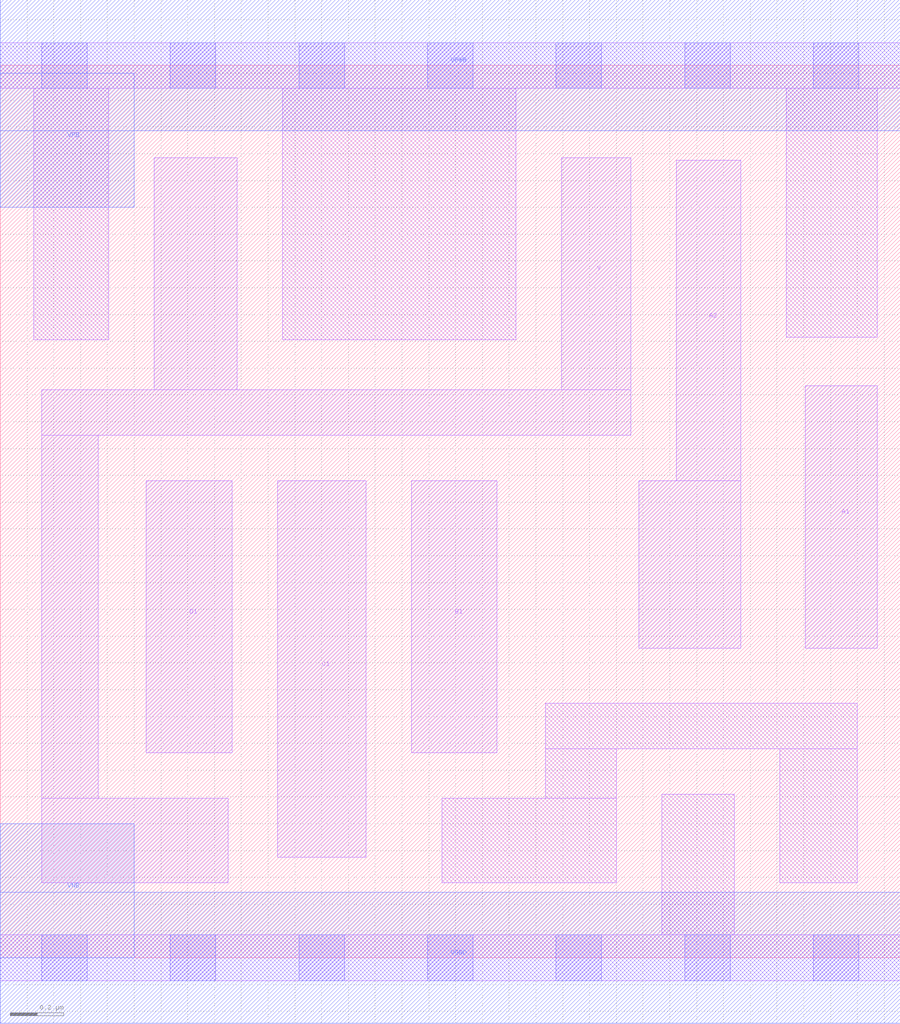
<source format=lef>
# Copyright 2020 The SkyWater PDK Authors
#
# Licensed under the Apache License, Version 2.0 (the "License");
# you may not use this file except in compliance with the License.
# You may obtain a copy of the License at
#
#     https://www.apache.org/licenses/LICENSE-2.0
#
# Unless required by applicable law or agreed to in writing, software
# distributed under the License is distributed on an "AS IS" BASIS,
# WITHOUT WARRANTIES OR CONDITIONS OF ANY KIND, either express or implied.
# See the License for the specific language governing permissions and
# limitations under the License.
#
# SPDX-License-Identifier: Apache-2.0

VERSION 5.5 ;
NAMESCASESENSITIVE ON ;
BUSBITCHARS "[]" ;
DIVIDERCHAR "/" ;
MACRO sky130_fd_sc_lp__o2111ai_0
  CLASS CORE ;
  SOURCE USER ;
  ORIGIN  0.000000  0.000000 ;
  SIZE  3.360000 BY  3.330000 ;
  SYMMETRY X Y R90 ;
  SITE unit ;
  PIN A1
    ANTENNAGATEAREA  0.159000 ;
    DIRECTION INPUT ;
    USE SIGNAL ;
    PORT
      LAYER li1 ;
        RECT 3.005000 1.155000 3.275000 2.135000 ;
    END
  END A1
  PIN A2
    ANTENNAGATEAREA  0.159000 ;
    DIRECTION INPUT ;
    USE SIGNAL ;
    PORT
      LAYER li1 ;
        RECT 2.385000 1.155000 2.765000 1.780000 ;
        RECT 2.525000 1.780000 2.765000 2.975000 ;
    END
  END A2
  PIN B1
    ANTENNAGATEAREA  0.159000 ;
    DIRECTION INPUT ;
    USE SIGNAL ;
    PORT
      LAYER li1 ;
        RECT 1.535000 0.765000 1.855000 1.780000 ;
    END
  END B1
  PIN C1
    ANTENNAGATEAREA  0.159000 ;
    DIRECTION INPUT ;
    USE SIGNAL ;
    PORT
      LAYER li1 ;
        RECT 1.035000 0.375000 1.365000 1.780000 ;
    END
  END C1
  PIN D1
    ANTENNAGATEAREA  0.159000 ;
    DIRECTION INPUT ;
    USE SIGNAL ;
    PORT
      LAYER li1 ;
        RECT 0.545000 0.765000 0.865000 1.780000 ;
    END
  END D1
  PIN Y
    ANTENNADIFFAREA  0.644500 ;
    DIRECTION OUTPUT ;
    USE SIGNAL ;
    PORT
      LAYER li1 ;
        RECT 0.155000 0.280000 0.850000 0.595000 ;
        RECT 0.155000 0.595000 0.365000 1.950000 ;
        RECT 0.155000 1.950000 2.355000 2.120000 ;
        RECT 0.575000 2.120000 0.885000 2.985000 ;
        RECT 2.095000 2.120000 2.355000 2.985000 ;
    END
  END Y
  PIN VGND
    DIRECTION INOUT ;
    USE GROUND ;
    PORT
      LAYER met1 ;
        RECT 0.000000 -0.245000 3.360000 0.245000 ;
    END
  END VGND
  PIN VNB
    DIRECTION INOUT ;
    USE GROUND ;
    PORT
      LAYER met1 ;
        RECT 0.000000 0.000000 0.500000 0.500000 ;
    END
  END VNB
  PIN VPB
    DIRECTION INOUT ;
    USE POWER ;
    PORT
      LAYER met1 ;
        RECT 0.000000 2.800000 0.500000 3.300000 ;
    END
  END VPB
  PIN VPWR
    DIRECTION INOUT ;
    USE POWER ;
    PORT
      LAYER met1 ;
        RECT 0.000000 3.085000 3.360000 3.575000 ;
    END
  END VPWR
  OBS
    LAYER li1 ;
      RECT 0.000000 -0.085000 3.360000 0.085000 ;
      RECT 0.000000  3.245000 3.360000 3.415000 ;
      RECT 0.125000  2.305000 0.405000 3.245000 ;
      RECT 1.055000  2.305000 1.925000 3.245000 ;
      RECT 1.650000  0.280000 2.300000 0.595000 ;
      RECT 2.035000  0.595000 2.300000 0.780000 ;
      RECT 2.035000  0.780000 3.200000 0.950000 ;
      RECT 2.470000  0.085000 2.740000 0.610000 ;
      RECT 2.910000  0.280000 3.200000 0.780000 ;
      RECT 2.935000  2.315000 3.275000 3.245000 ;
    LAYER mcon ;
      RECT 0.155000 -0.085000 0.325000 0.085000 ;
      RECT 0.155000  3.245000 0.325000 3.415000 ;
      RECT 0.635000 -0.085000 0.805000 0.085000 ;
      RECT 0.635000  3.245000 0.805000 3.415000 ;
      RECT 1.115000 -0.085000 1.285000 0.085000 ;
      RECT 1.115000  3.245000 1.285000 3.415000 ;
      RECT 1.595000 -0.085000 1.765000 0.085000 ;
      RECT 1.595000  3.245000 1.765000 3.415000 ;
      RECT 2.075000 -0.085000 2.245000 0.085000 ;
      RECT 2.075000  3.245000 2.245000 3.415000 ;
      RECT 2.555000 -0.085000 2.725000 0.085000 ;
      RECT 2.555000  3.245000 2.725000 3.415000 ;
      RECT 3.035000 -0.085000 3.205000 0.085000 ;
      RECT 3.035000  3.245000 3.205000 3.415000 ;
  END
END sky130_fd_sc_lp__o2111ai_0

</source>
